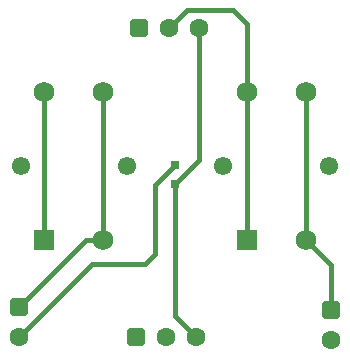
<source format=gtl>
G04*
G04 #@! TF.GenerationSoftware,Altium Limited,Altium Designer,24.1.2 (44)*
G04*
G04 Layer_Physical_Order=1*
G04 Layer_Color=6502151*
%FSLAX44Y44*%
%MOMM*%
G71*
G04*
G04 #@! TF.SameCoordinates,F4167936-B6C4-4533-BD87-858211744F6C*
G04*
G04*
G04 #@! TF.FilePolarity,Positive*
G04*
G01*
G75*
%ADD13R,0.8000X0.8000*%
%ADD20C,0.3810*%
G04:AMPARAMS|DCode=21|XSize=1.6mm|YSize=1.6mm|CornerRadius=0.4mm|HoleSize=0mm|Usage=FLASHONLY|Rotation=270.000|XOffset=0mm|YOffset=0mm|HoleType=Round|Shape=RoundedRectangle|*
%AMROUNDEDRECTD21*
21,1,1.6000,0.8000,0,0,270.0*
21,1,0.8000,1.6000,0,0,270.0*
1,1,0.8000,-0.4000,-0.4000*
1,1,0.8000,-0.4000,0.4000*
1,1,0.8000,0.4000,0.4000*
1,1,0.8000,0.4000,-0.4000*
%
%ADD21ROUNDEDRECTD21*%
%ADD22C,1.6000*%
G04:AMPARAMS|DCode=23|XSize=1.6mm|YSize=1.6mm|CornerRadius=0.4mm|HoleSize=0mm|Usage=FLASHONLY|Rotation=0.000|XOffset=0mm|YOffset=0mm|HoleType=Round|Shape=RoundedRectangle|*
%AMROUNDEDRECTD23*
21,1,1.6000,0.8000,0,0,0.0*
21,1,0.8000,1.6000,0,0,0.0*
1,1,0.8000,0.4000,-0.4000*
1,1,0.8000,-0.4000,-0.4000*
1,1,0.8000,-0.4000,0.4000*
1,1,0.8000,0.4000,0.4000*
%
%ADD23ROUNDEDRECTD23*%
%ADD24C,1.7500*%
%ADD25R,1.7500X1.7500*%
%ADD26C,1.5500*%
D13*
X160020Y157480D02*
D03*
Y173980D02*
D03*
D20*
X27940Y27940D02*
X90170Y90170D01*
X134874D01*
X143002Y98298D01*
Y156962D01*
X160020Y173980D01*
Y157480D02*
X180340Y177800D01*
Y289560D01*
X84820Y110220D02*
X99380D01*
X27940Y53340D02*
X84820Y110220D01*
X292100Y50800D02*
Y88780D01*
X270660Y110220D02*
X292100Y88780D01*
X99380Y110220D02*
Y235220D01*
X270660Y110220D02*
Y235220D01*
X49380Y110220D02*
Y235220D01*
X160020Y45720D02*
X177800Y27940D01*
X160020Y45720D02*
Y157480D01*
X220660Y110220D02*
Y235220D01*
Y293370D01*
X209484Y304546D02*
X220660Y293370D01*
X169926Y304546D02*
X209484D01*
X154940Y289560D02*
X169926Y304546D01*
D21*
X292100Y50800D02*
D03*
X27940Y53340D02*
D03*
D22*
X292100Y25400D02*
D03*
X27940Y27940D02*
D03*
X154940Y289560D02*
D03*
X180340D02*
D03*
X152400Y27940D02*
D03*
X177800D02*
D03*
D23*
X129540Y289560D02*
D03*
X127000Y27940D02*
D03*
D24*
X270660Y235220D02*
D03*
Y110220D02*
D03*
X220660Y235220D02*
D03*
X99380D02*
D03*
Y110220D02*
D03*
X49380Y235220D02*
D03*
D25*
X220660Y110220D02*
D03*
X49380D02*
D03*
D26*
X290660Y172720D02*
D03*
X200660D02*
D03*
X119380D02*
D03*
X29380D02*
D03*
M02*

</source>
